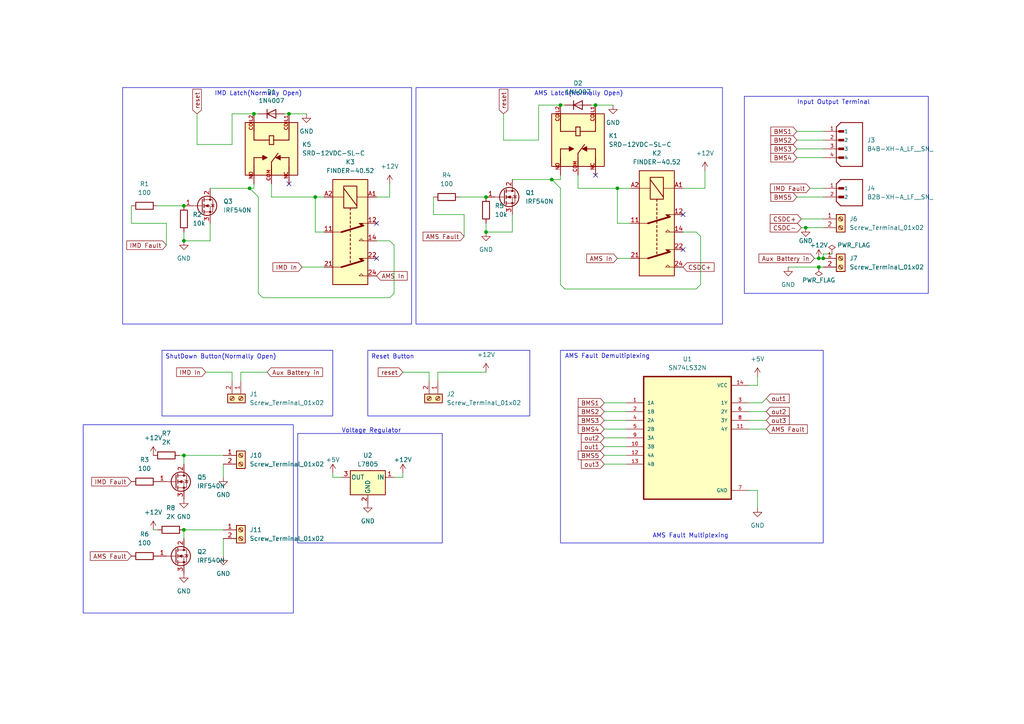
<source format=kicad_sch>
(kicad_sch (version 20230121) (generator eeschema)
  (paper "A4")
  (lib_symbols
    (symbol "Connector:Screw_Terminal_01x02" (pin_names (offset 1.016) hide)
      (property "Reference" "J" (at 0 2.54 0))
      (property "Value" "Screw_Terminal_01x02" (at 0 -5.08 0))
      (symbol "Screw_Terminal_01x02_1_1"
        (rectangle (start -1.27 1.27) (end 1.27 -3.81) (stroke (width 0.254)) (fill (type background)))
        (circle (center 0 -2.54) (radius 0.635) (stroke (width 0.1524)))
        (polyline (pts (xy -0.5334 -2.2098) (xy 0.3302 -3.048)) (stroke (width 0.1524)))
        (polyline (pts (xy -0.5334 0.3302) (xy 0.3302 -0.508)) (stroke (width 0.1524)))
        (polyline (pts (xy -0.3556 -2.032) (xy 0.508 -2.8702)) (stroke (width 0.1524)))
        (polyline (pts (xy -0.3556 0.508) (xy 0.508 -0.3302)) (stroke (width 0.1524)))
        (circle (center 0 0) (radius 0.635) (stroke (width 0.1524)))
        (pin passive line (at -5.08 0 0) (length 3.81) (name "Pin_1") (number "1"))
        (pin passive line (at -5.08 -2.54 0) (length 3.81) (name "Pin_2") (number "2"))
      )
    )
    (symbol "Device:R" (pin_numbers hide) (pin_names (offset 0))
      (property "Reference" "R" (at 2.032 0 90))
      (property "Value" "R" (at 0 0 90))
      (symbol "R_0_1"
        (rectangle (start -1.016 -2.54) (end 1.016 2.54) (stroke (width 0.254)))
      )
      (symbol "R_1_1"
        (pin passive line (at 0 3.81 270) (length 1.27) (name "~") (number "1"))
        (pin passive line (at 0 -3.81 90) (length 1.27) (name "~") (number "2"))
      )
    )
    (symbol "Diode:1N4007" (pin_numbers hide) (pin_names hide)
      (property "Reference" "D" (at 0 2.54 0))
      (property "Value" "1N4007" (at 0 -2.54 0))
      (symbol "1N4007_0_1"
        (polyline (pts (xy -1.27 1.27) (xy -1.27 -1.27)) (stroke (width 0.254)))
        (polyline (pts (xy 1.27 0) (xy -1.27 0)))
        (polyline (pts (xy 1.27 1.27) (xy 1.27 -1.27) (xy -1.27 0) (xy 1.27 1.27)) (stroke (width 0.254)))
      )
      (symbol "1N4007_1_1"
        (pin passive line (at -3.81 0 0) (length 2.54) (name "K") (number "1"))
        (pin passive line (at 3.81 0 180) (length 2.54) (name "A") (number "2"))
      )
    )
    (symbol "Regulator_Linear:L7805" (pin_names (offset 0.254))
      (property "Reference" "U" (at -3.81 3.175 0))
      (property "Value" "L7805" (at 0 3.175 0))
      (symbol "L7805_0_1"
        (rectangle (start -5.08 1.905) (end 5.08 -5.08) (stroke (width 0.254)) (fill (type background)))
      )
      (symbol "L7805_1_1"
        (pin power_in line (at -7.62 0 0) (length 2.54) (name "IN") (number "1"))
        (pin power_in line (at 0 -7.62 90) (length 2.54) (name "GND") (number "2"))
        (pin power_out line (at 7.62 0 180) (length 2.54) (name "OUT") (number "3"))
      )
    )
    (symbol "Relay:FINDER-40.52"
      (property "Reference" "K" (at 16.51 3.81 0))
      (property "Value" "FINDER-40.52" (at 16.51 1.27 0))
      (symbol "FINDER-40.52_0_1"
        (rectangle (start -15.24 5.08) (end 15.24 -5.08) (stroke (width 0.254)) (fill (type background)))
        (rectangle (start -13.335 1.905) (end -6.985 -1.905) (stroke (width 0.254)))
        (polyline (pts (xy -12.7 -1.905) (xy -7.62 1.905)) (stroke (width 0.254)))
        (polyline (pts (xy -10.16 -5.08) (xy -10.16 -1.905)))
        (polyline (pts (xy -10.16 5.08) (xy -10.16 1.905)))
        (polyline (pts (xy -6.985 0) (xy -6.35 0)) (stroke (width 0.254)))
        (polyline (pts (xy -5.715 0) (xy -5.08 0)) (stroke (width 0.254)))
        (polyline (pts (xy -4.445 0) (xy -3.81 0)) (stroke (width 0.254)))
        (polyline (pts (xy -3.175 0) (xy -2.54 0)) (stroke (width 0.254)))
        (polyline (pts (xy -1.905 0) (xy -1.27 0)) (stroke (width 0.254)))
        (polyline (pts (xy -0.635 0) (xy 0 0)) (stroke (width 0.254)))
        (polyline (pts (xy 0 -2.54) (xy -1.905 3.81)) (stroke (width 0.508)))
        (polyline (pts (xy 0 -2.54) (xy 0 -5.08)))
        (polyline (pts (xy 0.635 0) (xy 1.27 0)) (stroke (width 0.254)))
        (polyline (pts (xy 1.905 0) (xy 2.54 0)) (stroke (width 0.254)))
        (polyline (pts (xy 3.175 0) (xy 3.81 0)) (stroke (width 0.254)))
        (polyline (pts (xy 4.445 0) (xy 5.08 0)) (stroke (width 0.254)))
        (polyline (pts (xy 5.715 0) (xy 6.35 0)) (stroke (width 0.254)))
        (polyline (pts (xy 6.985 0) (xy 7.62 0)) (stroke (width 0.254)))
        (polyline (pts (xy 8.255 0) (xy 8.89 0)) (stroke (width 0.254)))
        (polyline (pts (xy 10.16 -2.54) (xy 8.255 3.81)) (stroke (width 0.508)))
        (polyline (pts (xy 10.16 -2.54) (xy 10.16 -5.08)))
        (polyline (pts (xy -2.54 5.08) (xy -2.54 2.54) (xy -1.905 3.175) (xy -2.54 3.81)) (fill (type outline)))
        (polyline (pts (xy 2.54 5.08) (xy 2.54 2.54) (xy 1.905 3.175) (xy 2.54 3.81)))
        (polyline (pts (xy 7.62 5.08) (xy 7.62 2.54) (xy 8.255 3.175) (xy 7.62 3.81)) (fill (type outline)))
        (polyline (pts (xy 12.7 5.08) (xy 12.7 2.54) (xy 12.065 3.175) (xy 12.7 3.81)))
      )
      (symbol "FINDER-40.52_1_1"
        (pin passive line (at 0 -7.62 90) (length 2.54) (name "~") (number "11"))
        (pin passive line (at -2.54 7.62 270) (length 2.54) (name "~") (number "12"))
        (pin passive line (at 2.54 7.62 270) (length 2.54) (name "~") (number "14"))
        (pin passive line (at 10.16 -7.62 90) (length 2.54) (name "~") (number "21"))
        (pin passive line (at 7.62 7.62 270) (length 2.54) (name "~") (number "22"))
        (pin passive line (at 12.7 7.62 270) (length 2.54) (name "~") (number "24"))
        (pin passive line (at -10.16 7.62 270) (length 2.54) (name "~") (number "A1"))
        (pin passive line (at -10.16 -7.62 90) (length 2.54) (name "~") (number "A2"))
      )
    )
    (symbol "SN74LS32N:SN74LS32N" (pin_names (offset 1.016))
      (property "Reference" "U" (at -12.7 18.78 0))
      (property "Value" "SN74LS32N" (at -12.7 -21.78 0))
      (symbol "SN74LS32N_0_0"
        (rectangle (start -12.7 -17.78) (end 12.7 17.78) (stroke (width 0.41)) (fill (type background)))
        (pin input line (at -17.78 10.16 0) (length 5.08) (name "1A") (number "1"))
        (pin input line (at -17.78 -2.54 0) (length 5.08) (name "3B") (number "10"))
        (pin output line (at 17.78 2.54 180) (length 5.08) (name "4Y") (number "11"))
        (pin input line (at -17.78 -5.08 0) (length 5.08) (name "4A") (number "12"))
        (pin input line (at -17.78 -7.62 0) (length 5.08) (name "4B") (number "13"))
        (pin power_in line (at 17.78 15.24 180) (length 5.08) (name "VCC") (number "14"))
        (pin input line (at -17.78 7.62 0) (length 5.08) (name "1B") (number "2"))
        (pin output line (at 17.78 10.16 180) (length 5.08) (name "1Y") (number "3"))
        (pin input line (at -17.78 5.08 0) (length 5.08) (name "2A") (number "4"))
        (pin input line (at -17.78 2.54 0) (length 5.08) (name "2B") (number "5"))
        (pin output line (at 17.78 7.62 180) (length 5.08) (name "2Y") (number "6"))
        (pin power_in line (at 17.78 -15.24 180) (length 5.08) (name "GND") (number "7"))
        (pin output line (at 17.78 5.08 180) (length 5.08) (name "3Y") (number "8"))
        (pin input line (at -17.78 0 0) (length 5.08) (name "3A") (number "9"))
      )
    )
    (symbol "SRD-12VDC-SL-C:SRD-12VDC-SL-C" (pin_names (offset 1.016))
      (property "Reference" "K" (at -7.62 8.89 0))
      (property "Value" "SRD-12VDC-SL-C" (at -7.62 -10.16 0))
      (symbol "SRD-12VDC-SL-C_0_0"
        (rectangle (start -7.62 -7.62) (end 7.62 7.62) (stroke (width 0.254)) (fill (type background)))
        (polyline (pts (xy -7.62 -5.08) (xy -2.54 -5.08)) (stroke (width 0.254)))
        (polyline (pts (xy -7.62 5.08) (xy -2.54 5.08)) (stroke (width 0.254)))
        (polyline (pts (xy -3.81 -0.635) (xy -3.81 0.635)) (stroke (width 0.254)))
        (polyline (pts (xy -3.81 0.635) (xy -2.54 0.635)) (stroke (width 0.254)))
        (polyline (pts (xy -2.54 -0.635) (xy -3.81 -0.635)) (stroke (width 0.254)))
        (polyline (pts (xy -2.54 -0.635) (xy -2.54 -5.08)) (stroke (width 0.254)))
        (polyline (pts (xy -2.54 0.635) (xy -1.27 0.635)) (stroke (width 0.254)))
        (polyline (pts (xy -2.54 5.08) (xy -2.54 0.635)) (stroke (width 0.254)))
        (polyline (pts (xy -1.27 -0.635) (xy -2.54 -0.635)) (stroke (width 0.254)))
        (polyline (pts (xy -1.27 0.635) (xy -1.27 -0.635)) (stroke (width 0.254)))
        (polyline (pts (xy 2.54 -5.08) (xy 2.54 -2.54)) (stroke (width 0.254)))
        (polyline (pts (xy 2.54 5.08) (xy 2.54 2.54)) (stroke (width 0.254)))
        (polyline (pts (xy 2.54 5.08) (xy 7.62 5.08)) (stroke (width 0.254)))
        (polyline (pts (xy 3.81 0) (xy 1.27 1.905)) (stroke (width 0.254)))
        (polyline (pts (xy 7.62 -5.08) (xy 2.54 -5.08)) (stroke (width 0.254)))
        (polyline (pts (xy 7.62 0) (xy 3.81 0)) (stroke (width 0.254)))
        (polyline (pts (xy 1.905 -2.54) (xy 3.175 -2.54) (xy 2.54 -1.27) (xy 1.905 -2.54)) (stroke (width 0.254)) (fill (type outline)))
        (polyline (pts (xy 3.175 2.54) (xy 1.905 2.54) (xy 2.54 1.27) (xy 3.175 2.54)) (stroke (width 0.254)) (fill (type outline)))
        (pin passive line (at -10.16 5.08 0) (length 5.08) (name "~") (number "COIL1"))
        (pin passive line (at -10.16 -5.08 0) (length 5.08) (name "~") (number "COIL2"))
        (pin passive line (at 10.16 0 180) (length 5.08) (name "~") (number "COM"))
        (pin passive line (at 10.16 5.08 180) (length 5.08) (name "~") (number "NC"))
        (pin passive line (at 10.16 -5.08 180) (length 5.08) (name "~") (number "NO"))
      )
    )
    (symbol "Transistor_FET:IRF540N" (pin_names hide)
      (property "Reference" "Q" (at 6.35 1.905 0))
      (property "Value" "IRF540N" (at 6.35 0 0))
      (symbol "IRF540N_0_1"
        (polyline (pts (xy 0.254 0) (xy -2.54 0)))
        (polyline (pts (xy 0.254 1.905) (xy 0.254 -1.905)) (stroke (width 0.254)))
        (polyline (pts (xy 0.762 -1.27) (xy 0.762 -2.286)) (stroke (width 0.254)))
        (polyline (pts (xy 0.762 0.508) (xy 0.762 -0.508)) (stroke (width 0.254)))
        (polyline (pts (xy 0.762 2.286) (xy 0.762 1.27)) (stroke (width 0.254)))
        (polyline (pts (xy 2.54 2.54) (xy 2.54 1.778)))
        (polyline (pts (xy 2.54 -2.54) (xy 2.54 0) (xy 0.762 0)))
        (polyline (pts (xy 0.762 -1.778) (xy 3.302 -1.778) (xy 3.302 1.778) (xy 0.762 1.778)))
        (polyline (pts (xy 1.016 0) (xy 2.032 0.381) (xy 2.032 -0.381) (xy 1.016 0)) (fill (type outline)))
        (polyline (pts (xy 2.794 0.508) (xy 2.921 0.381) (xy 3.683 0.381) (xy 3.81 0.254)))
        (polyline (pts (xy 3.302 0.381) (xy 2.921 -0.254) (xy 3.683 -0.254) (xy 3.302 0.381)))
        (circle (center 1.651 0) (radius 2.794) (stroke (width 0.254)))
        (circle (center 2.54 -1.778) (radius 0.254) (fill (type outline)))
        (circle (center 2.54 1.778) (radius 0.254) (fill (type outline)))
      )
      (symbol "IRF540N_1_1"
        (pin input line (at -5.08 0 0) (length 2.54) (name "G") (number "1"))
        (pin passive line (at 2.54 5.08 270) (length 2.54) (name "D") (number "2"))
        (pin passive line (at 2.54 -5.08 90) (length 2.54) (name "S") (number "3"))
      )
    )
    (symbol "conn-JST-2pin:B2B-XH-A_LF__SN_" (pin_names (offset 1.016))
      (property "Reference" "J" (at -2.54 6.35 0))
      (property "Value" "B2B-XH-A_LF__SN_" (at -2.54 -5.08 0))
      (symbol "B2B-XH-A_LF__SN__0_0"
        (rectangle (start -3.175 -0.3175) (end -1.5875 0.3175) (stroke (width 0.1)) (fill (type outline)))
        (rectangle (start -3.175 2.2225) (end -1.5875 2.8575) (stroke (width 0.1)) (fill (type outline)))
        (polyline (pts (xy -3.81 -1.27) (xy -2.54 -2.54)) (stroke (width 0.254)))
        (polyline (pts (xy -3.81 3.81) (xy -3.81 -1.27)) (stroke (width 0.254)))
        (polyline (pts (xy -3.81 3.81) (xy -2.54 5.08)) (stroke (width 0.254)))
        (polyline (pts (xy -2.54 -2.54) (xy 3.81 -2.54)) (stroke (width 0.254)))
        (polyline (pts (xy 3.81 -2.54) (xy 3.81 5.08)) (stroke (width 0.254)))
        (polyline (pts (xy 3.81 5.08) (xy -2.54 5.08)) (stroke (width 0.254)))
        (pin passive line (at -7.62 2.54 0) (length 5.08) (name "1") (number "1"))
        (pin passive line (at -7.62 0 0) (length 5.08) (name "2") (number "2"))
      )
    )
    (symbol "conn-JST-4pin:B4B-XH-A_LF__SN_" (pin_names (offset 1.016))
      (property "Reference" "J" (at -2.54 6.35 0))
      (property "Value" "B4B-XH-A_LF__SN_" (at -2.54 -10.16 0))
      (symbol "B4B-XH-A_LF__SN__0_0"
        (rectangle (start -3.175 -5.3975) (end -1.5875 -4.7625) (stroke (width 0.1)) (fill (type outline)))
        (rectangle (start -3.175 -2.8575) (end -1.5875 -2.2225) (stroke (width 0.1)) (fill (type outline)))
        (rectangle (start -3.175 -0.3175) (end -1.5875 0.3175) (stroke (width 0.1)) (fill (type outline)))
        (rectangle (start -3.175 2.2225) (end -1.5875 2.8575) (stroke (width 0.1)) (fill (type outline)))
        (polyline (pts (xy -3.81 -6.35) (xy -2.54 -7.62)) (stroke (width 0.254)))
        (polyline (pts (xy -3.81 3.81) (xy -3.81 -6.35)) (stroke (width 0.254)))
        (polyline (pts (xy -3.81 3.81) (xy -2.54 5.08)) (stroke (width 0.254)))
        (polyline (pts (xy -2.54 -7.62) (xy 3.81 -7.62)) (stroke (width 0.254)))
        (polyline (pts (xy 3.81 -7.62) (xy 3.81 5.08)) (stroke (width 0.254)))
        (polyline (pts (xy 3.81 5.08) (xy -2.54 5.08)) (stroke (width 0.254)))
        (pin passive line (at -7.62 2.54 0) (length 5.08) (name "1") (number "1"))
        (pin passive line (at -7.62 0 0) (length 5.08) (name "2") (number "2"))
        (pin passive line (at -7.62 -2.54 0) (length 5.08) (name "3") (number "3"))
        (pin passive line (at -7.62 -5.08 0) (length 5.08) (name "4") (number "4"))
      )
    )
    (symbol "power:+12V" (power) (pin_names (offset 0))
      (property "Value" "+12V" (at 0 3.556 0))
      (symbol "+12V_0_1"
        (polyline (pts (xy -0.762 1.27) (xy 0 2.54)))
        (polyline (pts (xy 0 0) (xy 0 2.54)))
        (polyline (pts (xy 0 2.54) (xy 0.762 1.27)))
      )
      (symbol "+12V_1_1"
        (pin power_in line (at 0 0 90) (length 0) hide (name "+12V") (number "1"))
      )
    )
    (symbol "power:+5V" (power) (pin_names (offset 0))
      (property "Value" "+5V" (at 0 3.556 0))
      (symbol "+5V_0_1"
        (polyline (pts (xy -0.762 1.27) (xy 0 2.54)))
        (polyline (pts (xy 0 0) (xy 0 2.54)))
        (polyline (pts (xy 0 2.54) (xy 0.762 1.27)))
      )
      (symbol "+5V_1_1"
        (pin power_in line (at 0 0 90) (length 0) hide (name "+5V") (number "1"))
      )
    )
    (symbol "power:GND" (power) (pin_names (offset 0))
      (property "Value" "GND" (at 0 -3.81 0))
      (symbol "GND_0_1"
        (polyline (pts (xy 0 0) (xy 0 -1.27) (xy 1.27 -1.27) (xy 0 -2.54) (xy -1.27 -1.27) (xy 0 -1.27)))
      )
      (symbol "GND_1_1"
        (pin power_in line (at 0 0 270) (length 0) hide (name "GND") (number "1"))
      )
    )
    (symbol "power:PWR_FLAG" (power) (pin_numbers hide) (pin_names (offset 0) hide)
      (property "Value" "PWR_FLAG" (at 0 3.81 0))
      (symbol "PWR_FLAG_0_0"
        (pin power_out line (at 0 0 90) (length 0) (name "pwr") (number "1"))
      )
      (symbol "PWR_FLAG_0_1"
        (polyline (pts (xy 0 0) (xy 0 1.27) (xy -1.016 1.905) (xy 0 2.54) (xy 1.016 1.905) (xy 0 1.27)))
      )
    )
  )
  (junction (at 53.34 59.69))
  (junction (at 237.49 74.93))
  (junction (at 179.07 54.61))
  (junction (at 72.39 54.61))
  (junction (at 160.02 52.07))
  (junction (at 238.76 74.93))
  (junction (at 53.34 132.08))
  (junction (at 73.66 33.02))
  (junction (at 53.34 153.67))
  (junction (at 237.49 77.47))
  (junction (at 233.68 66.04))
  (junction (at 172.72 30.48))
  (junction (at 140.97 67.31))
  (junction (at 53.34 69.85))
  (junction (at 91.44 57.15))
  (junction (at 162.56 30.48))
  (junction (at 83.82 33.02))
  (junction (at 140.97 57.15))
  (no_connect (at 198.12 72.39))
  (no_connect (at 109.22 74.93))
  (no_connect (at 172.72 50.8))
  (no_connect (at 109.22 64.77))
  (no_connect (at 83.82 53.34))
  (no_connect (at 198.12 62.23))
  (wire (pts (xy 109.22 69.85) (xy 113.03 69.85)))
  (wire (pts (xy 113.03 69.85) (xy 114.3 71.12)))
  (wire (pts (xy 217.17 121.92) (xy 222.25 121.92)))
  (wire (pts (xy 175.26 121.92) (xy 181.61 121.92)))
  (wire (pts (xy 234.95 54.61) (xy 238.76 54.61)))
  (wire (pts (xy 73.66 33.02) (xy 74.93 33.02)))
  (wire (pts (xy 59.69 107.95) (xy 67.31 107.95)))
  (wire (pts (xy 133.35 57.15) (xy 140.97 57.15)))
  (wire (pts (xy 140.97 67.31) (xy 148.59 67.31)))
  (wire (pts (xy 203.2 82.55) (xy 201.93 83.82)))
  (wire (pts (xy 96.52 138.43) (xy 99.06 138.43)))
  (wire (pts (xy 163.83 83.82) (xy 162.56 82.55)))
  (wire (pts (xy 72.39 54.61) (xy 73.66 54.61)))
  (wire (pts (xy 203.2 68.58) (xy 203.2 82.55)))
  (wire (pts (xy 231.14 43.18) (xy 238.76 43.18)))
  (wire (pts (xy 232.41 63.5) (xy 238.76 63.5)))
  (wire (pts (xy 179.07 54.61) (xy 179.07 64.77)))
  (wire (pts (xy 53.34 153.67) (xy 53.34 156.21)))
  (wire (pts (xy 125.73 62.23) (xy 125.73 57.15)))
  (wire (pts (xy 57.15 41.91) (xy 67.31 41.91)))
  (wire (pts (xy 198.12 54.61) (xy 204.47 54.61)))
  (wire (pts (xy 45.72 59.69) (xy 53.34 59.69)))
  (wire (pts (xy 114.3 71.12) (xy 114.3 85.09)))
  (wire (pts (xy 217.17 111.76) (xy 219.71 111.76)))
  (wire (pts (xy 67.31 33.02) (xy 67.31 41.91)))
  (wire (pts (xy 116.84 107.95) (xy 124.46 107.95)))
  (wire (pts (xy 162.56 50.8) (xy 162.56 52.07)))
  (wire (pts (xy 91.44 57.15) (xy 91.44 67.31)))
  (wire (pts (xy 231.14 57.15) (xy 238.76 57.15)))
  (wire (pts (xy 114.3 85.09) (xy 113.03 86.36)))
  (wire (pts (xy 64.77 134.62) (xy 64.77 138.43)))
  (wire (pts (xy 175.26 132.08) (xy 181.61 132.08)))
  (wire (pts (xy 91.44 57.15) (xy 93.98 57.15)))
  (wire (pts (xy 162.56 30.48) (xy 163.83 30.48)))
  (wire (pts (xy 76.2 86.36) (xy 74.93 85.09)))
  (wire (pts (xy 172.72 30.48) (xy 177.8 30.48)))
  (wire (pts (xy 114.3 138.43) (xy 116.84 138.43)))
  (wire (pts (xy 175.26 119.38) (xy 181.61 119.38)))
  (wire (pts (xy 175.26 124.46) (xy 181.61 124.46)))
  (wire (pts (xy 237.49 77.47) (xy 238.76 77.47)))
  (wire (pts (xy 236.22 74.93) (xy 237.49 74.93)))
  (wire (pts (xy 238.76 73.66) (xy 241.3 73.66)))
  (wire (pts (xy 127 107.95) (xy 127 110.49)))
  (wire (pts (xy 179.07 74.93) (xy 182.88 74.93)))
  (wire (pts (xy 217.17 119.38) (xy 222.25 119.38)))
  (wire (pts (xy 69.85 107.95) (xy 77.47 107.95)))
  (wire (pts (xy 175.26 116.84) (xy 181.61 116.84)))
  (wire (pts (xy 74.93 57.15) (xy 72.39 54.61)))
  (wire (pts (xy 53.34 132.08) (xy 64.77 132.08)))
  (wire (pts (xy 67.31 33.02) (xy 73.66 33.02)))
  (wire (pts (xy 78.74 53.34) (xy 78.74 57.15)))
  (wire (pts (xy 219.71 142.24) (xy 219.71 147.32)))
  (wire (pts (xy 232.41 66.04) (xy 233.68 66.04)))
  (wire (pts (xy 167.64 54.61) (xy 179.07 54.61)))
  (wire (pts (xy 44.45 153.67) (xy 45.72 153.67)))
  (wire (pts (xy 124.46 107.95) (xy 124.46 110.49)))
  (wire (pts (xy 60.96 64.77) (xy 60.96 69.85)))
  (wire (pts (xy 38.1 64.77) (xy 48.26 64.77)))
  (wire (pts (xy 160.02 52.07) (xy 162.56 52.07)))
  (wire (pts (xy 217.17 142.24) (xy 219.71 142.24)))
  (wire (pts (xy 231.14 45.72) (xy 238.76 45.72)))
  (wire (pts (xy 113.03 57.15) (xy 109.22 57.15)))
  (wire (pts (xy 64.77 156.21) (xy 64.77 161.29)))
  (wire (pts (xy 38.1 59.69) (xy 38.1 64.77)))
  (wire (pts (xy 233.68 66.04) (xy 238.76 66.04)))
  (wire (pts (xy 96.52 137.16) (xy 96.52 138.43)))
  (wire (pts (xy 217.17 124.46) (xy 222.25 124.46)))
  (wire (pts (xy 53.34 153.67) (xy 64.77 153.67)))
  (wire (pts (xy 83.82 33.02) (xy 88.9 33.02)))
  (wire (pts (xy 175.26 127) (xy 181.61 127)))
  (wire (pts (xy 219.71 109.22) (xy 219.71 111.76)))
  (wire (pts (xy 171.45 30.48) (xy 172.72 30.48)))
  (wire (pts (xy 67.31 107.95) (xy 67.31 110.49)))
  (wire (pts (xy 116.84 137.16) (xy 116.84 138.43)))
  (wire (pts (xy 69.85 107.95) (xy 69.85 110.49)))
  (wire (pts (xy 179.07 64.77) (xy 182.88 64.77)))
  (wire (pts (xy 134.62 62.23) (xy 134.62 68.58)))
  (wire (pts (xy 134.62 62.23) (xy 125.73 62.23)))
  (wire (pts (xy 91.44 67.31) (xy 93.98 67.31)))
  (wire (pts (xy 148.59 52.07) (xy 160.02 52.07)))
  (wire (pts (xy 179.07 54.61) (xy 182.88 54.61)))
  (wire (pts (xy 78.74 57.15) (xy 91.44 57.15)))
  (wire (pts (xy 148.59 62.23) (xy 148.59 67.31)))
  (wire (pts (xy 231.14 40.64) (xy 238.76 40.64)))
  (wire (pts (xy 175.26 134.62) (xy 181.61 134.62)))
  (wire (pts (xy 74.93 85.09) (xy 74.93 57.15)))
  (wire (pts (xy 60.96 54.61) (xy 72.39 54.61)))
  (wire (pts (xy 231.14 38.1) (xy 238.76 38.1)))
  (wire (pts (xy 53.34 132.08) (xy 53.34 134.62)))
  (wire (pts (xy 156.21 30.48) (xy 162.56 30.48)))
  (wire (pts (xy 228.6 77.47) (xy 237.49 77.47)))
  (wire (pts (xy 82.55 33.02) (xy 83.82 33.02)))
  (wire (pts (xy 48.26 64.77) (xy 48.26 71.12)))
  (wire (pts (xy 113.03 53.34) (xy 113.03 57.15)))
  (wire (pts (xy 201.93 67.31) (xy 203.2 68.58)))
  (wire (pts (xy 162.56 82.55) (xy 162.56 54.61)))
  (wire (pts (xy 57.15 33.02) (xy 57.15 41.91)))
  (wire (pts (xy 238.76 73.66) (xy 238.76 74.93)))
  (wire (pts (xy 220.98 116.84) (xy 222.25 115.57)))
  (wire (pts (xy 52.07 132.08) (xy 53.34 132.08)))
  (wire (pts (xy 53.34 69.85) (xy 60.96 69.85)))
  (wire (pts (xy 127 107.95) (xy 140.97 107.95)))
  (wire (pts (xy 217.17 116.84) (xy 220.98 116.84)))
  (wire (pts (xy 146.05 40.64) (xy 156.21 40.64)))
  (wire (pts (xy 156.21 30.48) (xy 156.21 40.64)))
  (wire (pts (xy 204.47 49.53) (xy 204.47 54.61)))
  (wire (pts (xy 201.93 83.82) (xy 163.83 83.82)))
  (wire (pts (xy 198.12 67.31) (xy 201.93 67.31)))
  (wire (pts (xy 146.05 33.02) (xy 146.05 40.64)))
  (wire (pts (xy 140.97 64.77) (xy 140.97 67.31)))
  (wire (pts (xy 175.26 129.54) (xy 181.61 129.54)))
  (wire (pts (xy 167.64 50.8) (xy 167.64 54.61)))
  (wire (pts (xy 237.49 74.93) (xy 238.76 74.93)))
  (wire (pts (xy 53.34 67.31) (xy 53.34 69.85)))
  (wire (pts (xy 73.66 53.34) (xy 73.66 54.61)))
  (wire (pts (xy 87.63 77.47) (xy 93.98 77.47)))
  (wire (pts (xy 113.03 86.36) (xy 76.2 86.36)))
  (wire (pts (xy 162.56 54.61) (xy 160.02 52.07)))
  (rectangle (start 215.9 27.94) (end 269.24 85.09))
  (rectangle (start 35.56 25.4) (end 119.38 93.98))
  (rectangle (start 86.36 125.73) (end 128.27 157.48))
  (rectangle (start 162.56 101.6) (end 238.76 157.48))
  (rectangle (start 120.65 25.4) (end 209.55 93.98))
  (rectangle (start 24.13 123.19) (end 85.09 177.8))
  (text_box "Reset Button" (at 106.68 101.6 0) (size 46.99 19.05) (effects (font (size 1.27 1.27)) (justify left top)))
  (text_box "ShutDown Button(Normally Open)" (at 46.99 101.6 0) (size 49.53 19.05) (effects (font (size 1.27 1.27)) (justify left top)))
  (text "Voltage Regulator" (at 99.06 125.73 0) (effects (font (size 1.27 1.27)) (justify left bottom)))
  (text "AMS Latch(Normally Open)" (at 154.94 27.94 0) (effects (font (size 1.27 1.27)) (justify left bottom)))
  (text "IMD Latch(Normally Open)" (at 62.23 27.94 0) (effects (font (size 1.27 1.27)) (justify left bottom)))
  (text "Input Output Terminal" (at 231.14 30.48 0) (effects (font (size 1.27 1.27)) (justify left bottom)))
  (text "AMS Fault Multiplexing" (at 189.23 156.21 0) (effects (font (size 1.27 1.27)) (justify left bottom)))
  (text "AMS Fault Demultiplexing" (at 163.83 104.14 0) (effects (font (size 1.27 1.27)) (justify left bottom)))
  (global_label "IMD Fault" (shape input) (at 234.95 54.61 180) (property "Intersheetrefs" "${INTERSHEET_REFS}" (effects hide)))
  (global_label "out1" (shape input) (at 175.26 129.54 180) (property "Intersheetrefs" "${INTERSHEET_REFS}" (effects hide)))
  (global_label "IMD In" (shape input) (at 87.63 77.47 180) (property "Intersheetrefs" "${INTERSHEET_REFS}" (effects hide)))
  (global_label "out3" (shape input) (at 222.25 121.92 0) (property "Intersheetrefs" "${INTERSHEET_REFS}" (effects hide)))
  (global_label "BMS2" (shape input) (at 175.26 119.38 180) (property "Intersheetrefs" "${INTERSHEET_REFS}" (effects hide)))
  (global_label "out3" (shape input) (at 175.26 134.62 180) (property "Intersheetrefs" "${INTERSHEET_REFS}" (effects hide)))
  (global_label "AMS In" (shape input) (at 179.07 74.93 180) (property "Intersheetrefs" "${INTERSHEET_REFS}" (effects hide)))
  (global_label "BMS5" (shape input) (at 231.14 57.15 180) (property "Intersheetrefs" "${INTERSHEET_REFS}" (effects hide)))
  (global_label "out1" (shape input) (at 222.25 115.57 0) (property "Intersheetrefs" "${INTERSHEET_REFS}" (effects hide)))
  (global_label "BMS3" (shape input) (at 231.14 43.18 180) (property "Intersheetrefs" "${INTERSHEET_REFS}" (effects hide)))
  (global_label "CSDC+" (shape input) (at 198.12 77.47 0) (property "Intersheetrefs" "${INTERSHEET_REFS}" (effects hide)))
  (global_label "Aux Battery in" (shape input) (at 236.22 74.93 180) (property "Intersheetrefs" "${INTERSHEET_REFS}" (effects hide)))
  (global_label "AMS In" (shape input) (at 109.22 80.01 0) (property "Intersheetrefs" "${INTERSHEET_REFS}" (effects hide)))
  (global_label "IMD In" (shape input) (at 59.69 107.95 180) (property "Intersheetrefs" "${INTERSHEET_REFS}" (effects hide)))
  (global_label "IMD Fault" (shape input) (at 48.26 71.12 180) (property "Intersheetrefs" "${INTERSHEET_REFS}" (effects hide)))
  (global_label "IMD Fault" (shape input) (at 38.1 139.7 180) (property "Intersheetrefs" "${INTERSHEET_REFS}" (effects hide)))
  (global_label "BMS1" (shape input) (at 175.26 116.84 180) (property "Intersheetrefs" "${INTERSHEET_REFS}" (effects hide)))
  (global_label "BMS1" (shape input) (at 231.14 38.1 180) (property "Intersheetrefs" "${INTERSHEET_REFS}" (effects hide)))
  (global_label "Aux Battery in" (shape input) (at 77.47 107.95 0) (property "Intersheetrefs" "${INTERSHEET_REFS}" (effects hide)))
  (global_label "out2" (shape input) (at 175.26 127 180) (property "Intersheetrefs" "${INTERSHEET_REFS}" (effects hide)))
  (global_label "BMS2" (shape input) (at 231.14 40.64 180) (property "Intersheetrefs" "${INTERSHEET_REFS}" (effects hide)))
  (global_label "BMS3" (shape input) (at 175.26 121.92 180) (property "Intersheetrefs" "${INTERSHEET_REFS}" (effects hide)))
  (global_label "AMS Fault" (shape input) (at 222.25 124.46 0) (property "Intersheetrefs" "${INTERSHEET_REFS}" (effects hide)))
  (global_label "BMS4" (shape input) (at 175.26 124.46 180) (property "Intersheetrefs" "${INTERSHEET_REFS}" (effects hide)))
  (global_label "BMS4" (shape input) (at 231.14 45.72 180) (property "Intersheetrefs" "${INTERSHEET_REFS}" (effects hide)))
  (global_label "reset" (shape input) (at 116.84 107.95 180) (property "Intersheetrefs" "${INTERSHEET_REFS}" (effects hide)))
  (global_label "reset" (shape input) (at 57.15 33.02 90) (property "Intersheetrefs" "${INTERSHEET_REFS}" (effects hide)))
  (global_label "CSDC+" (shape input) (at 232.41 63.5 180) (property "Intersheetrefs" "${INTERSHEET_REFS}" (effects hide)))
  (global_label "AMS Fault" (shape input) (at 38.1 161.29 180) (property "Intersheetrefs" "${INTERSHEET_REFS}" (effects hide)))
  (global_label "CSDC-" (shape input) (at 232.41 66.04 180) (property "Intersheetrefs" "${INTERSHEET_REFS}" (effects hide)))
  (global_label "AMS Fault" (shape input) (at 134.62 68.58 180) (property "Intersheetrefs" "${INTERSHEET_REFS}" (effects hide)))
  (global_label "out2" (shape input) (at 222.25 119.38 0) (property "Intersheetrefs" "${INTERSHEET_REFS}" (effects hide)))
  (global_label "BMS5" (shape input) (at 175.26 132.08 180) (property "Intersheetrefs" "${INTERSHEET_REFS}" (effects hide)))
  (global_label "reset" (shape input) (at 146.05 33.02 90) (property "Intersheetrefs" "${INTERSHEET_REFS}" (effects hide)))
  (symbol (lib_id "Connector:Screw_Terminal_01x02") (at 243.84 74.93 0) (unit 1)
    (property "Reference" "J7" (at 246.38 74.93 0) (effects (justify left)))
    (property "Value" "Screw_Terminal_01x02" (at 246.38 77.47 0) (effects (justify left)))
    (property "Footprint" "TerminalBlock_Phoenix:TerminalBlock_Phoenix_MKDS-1,5-2_1x02_P5.00mm_Horizontal" (effects hide))
  )
  (symbol (lib_id "power:+5V") (at 219.71 109.22 0) (unit 1)
    (property "Reference" "#PWR08" (effects hide))
    (property "Value" "+5V" (at 219.71 104.14 0))
  )
  (symbol (lib_id "power:+12V") (at 140.97 107.95 0) (unit 1)
    (property "Reference" "#PWR07" (effects hide))
    (property "Value" "+12V" (at 140.97 102.87 0))
  )
  (symbol (lib_id "Connector:Screw_Terminal_01x02") (at 69.85 115.57 270) (unit 1)
    (property "Reference" "J1" (at 72.39 114.3 90) (effects (justify left)))
    (property "Value" "Screw_Terminal_01x02" (at 72.39 116.84 90) (effects (justify left)))
    (property "Footprint" "TerminalBlock_Phoenix:TerminalBlock_Phoenix_MKDS-1,5-2_1x02_P5.00mm_Horizontal" (effects hide))
  )
  (symbol (lib_id "power:GND") (at 233.68 66.04 0) (unit 1)
    (property "Reference" "#PWR012" (effects hide))
    (property "Value" "GND" (at 233.68 69.85 0))
  )
  (symbol (lib_id "Device:R") (at 140.97 60.96 0) (unit 1)
    (property "Reference" "R5" (at 143.51 59.69 0) (effects (justify left)))
    (property "Value" "10k" (at 143.51 62.23 0) (effects (justify left)))
    (property "Footprint" "Resistor_THT:R_Axial_DIN0207_L6.3mm_D2.5mm_P10.16mm_Horizontal" (effects hide))
  )
  (symbol (lib_id "power:GND") (at 106.68 146.05 0) (unit 1)
    (property "Reference" "#PWR016" (effects hide))
    (property "Value" "GND" (at 106.68 151.13 0))
  )
  (symbol (lib_id "Regulator_Linear:L7805") (at 106.68 138.43 0) (mirror y) (unit 1)
    (property "Reference" "U2" (at 106.68 132.08 0))
    (property "Value" "L7805" (at 106.68 134.62 0))
    (property "Footprint" "Package_TO_SOT_THT:TO-220-3_Vertical" (effects hide))
    (property "Datasheet" "http://www.st.com/content/ccc/resource/technical/document/datasheet/41/4f/b3/b0/12/d4/47/88/CD00000444.pdf/files/CD00000444.pdf/jcr:content/translations/en.CD00000444.pdf" (effects hide))
  )
  (symbol (lib_id "Connector:Screw_Terminal_01x02") (at 69.85 153.67 0) (unit 1)
    (property "Reference" "J11" (at 72.39 153.67 0) (effects (justify left)))
    (property "Value" "Screw_Terminal_01x02" (at 72.39 156.21 0) (effects (justify left)))
    (property "Footprint" "TerminalBlock_Phoenix:TerminalBlock_Phoenix_MKDS-1,5-2_1x02_P5.00mm_Horizontal" (effects hide))
  )
  (symbol (lib_id "Device:R") (at 129.54 57.15 90) (unit 1)
    (property "Reference" "R4" (at 129.54 50.8 90))
    (property "Value" "100" (at 129.54 53.34 90))
    (property "Footprint" "Resistor_THT:R_Axial_DIN0207_L6.3mm_D2.5mm_P10.16mm_Horizontal" (effects hide))
  )
  (symbol (lib_id "Device:R") (at 53.34 63.5 0) (unit 1)
    (property "Reference" "R2" (at 55.88 62.23 0) (effects (justify left)))
    (property "Value" "10k" (at 55.88 64.77 0) (effects (justify left)))
    (property "Footprint" "Resistor_THT:R_Axial_DIN0207_L6.3mm_D2.5mm_P10.16mm_Horizontal" (effects hide))
  )
  (symbol (lib_id "power:+12V") (at 113.03 53.34 0) (unit 1)
    (property "Reference" "#PWR03" (effects hide))
    (property "Value" "+12V" (at 113.03 48.26 0))
  )
  (symbol (lib_id "Device:R") (at 49.53 153.67 90) (unit 1)
    (property "Reference" "R8" (at 49.53 147.32 90))
    (property "Value" "2K" (at 49.53 149.86 90))
    (property "Footprint" "Resistor_THT:R_Axial_DIN0207_L6.3mm_D2.5mm_P10.16mm_Horizontal" (effects hide))
  )
  (symbol (lib_id "power:GND") (at 53.34 166.37 0) (unit 1)
    (property "Reference" "#PWR017" (effects hide))
    (property "Value" "GND" (at 53.34 171.45 0))
  )
  (symbol (lib_id "Transistor_FET:IRF540N") (at 146.05 57.15 0) (unit 1)
    (property "Reference" "Q1" (at 152.4 55.88 0) (effects (justify left)))
    (property "Value" "IRF540N" (at 152.4 58.42 0) (effects (justify left)))
    (property "Footprint" "Package_TO_SOT_THT:TO-220-3_Vertical" (effects hide))
    (property "Datasheet" "http://www.irf.com/product-info/datasheets/data/irf540n.pdf" (effects hide))
  )
  (symbol (lib_id "power:+5V") (at 96.52 137.16 0) (unit 1)
    (property "Reference" "#PWR015" (effects hide))
    (property "Value" "+5V" (at 96.52 133.35 0))
  )
  (symbol (lib_id "Transistor_FET:IRF540N") (at 50.8 139.7 0) (unit 1)
    (property "Reference" "Q5" (at 57.15 138.43 0) (effects (justify left)))
    (property "Value" "IRF540N" (at 57.15 140.97 0) (effects (justify left)))
    (property "Footprint" "Package_TO_SOT_THT:TO-220-3_Vertical" (effects hide))
    (property "Datasheet" "http://www.irf.com/product-info/datasheets/data/irf540n.pdf" (effects hide))
  )
  (symbol (lib_id "Relay:FINDER-40.52") (at 190.5 64.77 270) (unit 1)
    (property "Reference" "K2" (at 190.5 44.45 90))
    (property "Value" "FINDER-40.52" (at 190.5 46.99 90))
    (property "Footprint" "Relay_THT:Relay_DPDT_Finder_40.52" (effects hide))
    (property "Datasheet" "http://gfinder.findernet.com/assets/Series/353/S40EN.pdf" (effects hide))
  )
  (symbol (lib_id "power:GND") (at 64.77 161.29 0) (unit 1)
    (property "Reference" "#PWR021" (effects hide))
    (property "Value" "GND" (at 64.77 166.37 0))
  )
  (symbol (lib_id "power:GND") (at 53.34 69.85 0) (unit 1)
    (property "Reference" "#PWR01" (effects hide))
    (property "Value" "GND" (at 53.34 74.93 0))
  )
  (symbol (lib_id "Device:R") (at 41.91 161.29 90) (unit 1)
    (property "Reference" "R6" (at 41.91 154.94 90))
    (property "Value" "100" (at 41.91 157.48 90))
    (property "Footprint" "Resistor_THT:R_Axial_DIN0207_L6.3mm_D2.5mm_P10.16mm_Horizontal" (effects hide))
  )
  (symbol (lib_id "Relay:FINDER-40.52") (at 101.6 67.31 270) (unit 1)
    (property "Reference" "K3" (at 101.6 46.99 90))
    (property "Value" "FINDER-40.52" (at 101.6 49.53 90))
    (property "Footprint" "Relay_THT:Relay_DPDT_Finder_40.52" (effects hide))
    (property "Datasheet" "http://gfinder.findernet.com/assets/Series/353/S40EN.pdf" (effects hide))
  )
  (symbol (lib_id "power:GND") (at 53.34 144.78 0) (unit 1)
    (property "Reference" "#PWR013" (effects hide))
    (property "Value" "GND" (at 53.34 149.86 0))
  )
  (symbol (lib_id "power:+12V") (at 44.45 153.67 0) (unit 1)
    (property "Reference" "#PWR019" (effects hide))
    (property "Value" "+12V" (at 44.45 148.59 0))
  )
  (symbol (lib_id "SRD-12VDC-SL-C:SRD-12VDC-SL-C") (at 78.74 43.18 270) (unit 1)
    (property "Reference" "K5" (at 87.63 41.91 90) (effects (justify left)))
    (property "Value" "SRD-12VDC-SL-C" (at 87.63 44.45 90) (effects (justify left)))
    (property "Footprint" "SRD-12VDC-SL-C:RELAY_SRD-12VDC-SL-C" (effects hide))
    (property "PARTREV" "1.0" (effects hide))
    (property "STANDARD" "IPC 7351B" (effects hide))
    (property "MAXIMUM_PACKAGE_HEIGHT" "15.8 mm" (effects hide))
    (property "MANUFACTURER" "Songle Relay" (effects hide))
  )
  (symbol (lib_id "Transistor_FET:IRF540N") (at 50.8 161.29 0) (unit 1)
    (property "Reference" "Q2" (at 57.15 160.02 0) (effects (justify left)))
    (property "Value" "IRF540N" (at 57.15 162.56 0) (effects (justify left)))
    (property "Footprint" "Package_TO_SOT_THT:TO-220-3_Vertical" (effects hide))
    (property "Datasheet" "http://www.irf.com/product-info/datasheets/data/irf540n.pdf" (effects hide))
  )
  (symbol (lib_id "power:GND") (at 219.71 147.32 0) (unit 1)
    (property "Reference" "#PWR09" (effects hide))
    (property "Value" "GND" (at 219.71 152.4 0))
  )
  (symbol (lib_id "Connector:Screw_Terminal_01x02") (at 243.84 63.5 0) (unit 1)
    (property "Reference" "J6" (at 246.38 63.5 0) (effects (justify left)))
    (property "Value" "Screw_Terminal_01x02" (at 246.38 66.04 0) (effects (justify left)))
    (property "Footprint" "TerminalBlock_Phoenix:TerminalBlock_Phoenix_MKDS-1,5-2_1x02_P5.00mm_Horizontal" (effects hide))
  )
  (symbol (lib_id "SN74LS32N:SN74LS32N") (at 199.39 127 0) (unit 1)
    (property "Reference" "U1" (at 199.39 104.14 0))
    (property "Value" "SN74LS32N" (at 199.39 106.68 0))
    (property "Footprint" "SN74LS32N:DIP794W45P254L1969H508Q14" (effects hide))
    (property "MF" "Texas Instruments" (effects hide))
    (property "Description" "\n4-ch, 2-input, 4.75-V to 5.25-V bipolar OR gates with TTL-compatible CMOS inputs\n" (effects hide))
    (property "Package" "PDIP-14 Texas Instruments" (effects hide))
    (property "Price" "None" (effects hide))
    (property "SnapEDA_Link" "https://www.snapeda.com/parts/SN74LS32N/Texas+Instruments/view-part/?ref=snap" (effects hide))
    (property "MP" "SN74LS32N" (effects hide))
    (property "Purchase-URL" "https://www.snapeda.com/api/url_track_click_mouser/?unipart_id=44478&manufacturer=Texas Instruments&part_name=SN74LS32N&search_term=sn74ls32" (effects hide))
    (property "Availability" "In Stock" (effects hide))
    (property "Check_prices" "https://www.snapeda.com/parts/SN74LS32N/Texas+Instruments/view-part/?ref=eda" (effects hide))
  )
  (symbol (lib_id "SRD-12VDC-SL-C:SRD-12VDC-SL-C") (at 167.64 40.64 270) (unit 1)
    (property "Reference" "K1" (at 176.53 39.37 90) (effects (justify left)))
    (property "Value" "SRD-12VDC-SL-C" (at 176.53 41.91 90) (effects (justify left)))
    (property "Footprint" "SRD-12VDC-SL-C:RELAY_SRD-12VDC-SL-C" (effects hide))
    (property "PARTREV" "1.0" (effects hide))
    (property "STANDARD" "IPC 7351B" (effects hide))
    (property "MAXIMUM_PACKAGE_HEIGHT" "15.8 mm" (effects hide))
    (property "MANUFACTURER" "Songle Relay" (effects hide))
  )
  (symbol (lib_id "Diode:1N4007") (at 78.74 33.02 0) (unit 1)
    (property "Reference" "D1" (at 78.74 26.67 0))
    (property "Value" "1N4007" (at 78.74 29.21 0))
    (property "Footprint" "Diode_THT:D_DO-41_SOD81_P10.16mm_Horizontal" (effects hide))
    (property "Datasheet" "http://www.vishay.com/docs/88503/1n4001.pdf" (effects hide))
    (property "Sim.Device" "D" (effects hide))
    (property "Sim.Pins" "1=K 2=A" (effects hide))
  )
  (symbol (lib_id "Connector:Screw_Terminal_01x02") (at 127 115.57 270) (unit 1)
    (property "Reference" "J2" (at 129.54 114.3 90) (effects (justify left)))
    (property "Value" "Screw_Terminal_01x02" (at 129.54 116.84 90) (effects (justify left)))
    (property "Footprint" "TerminalBlock_Phoenix:TerminalBlock_Phoenix_MKDS-1,5-2_1x02_P5.00mm_Horizontal" (effects hide))
  )
  (symbol (lib_id "power:+12V") (at 237.49 74.93 0) (unit 1)
    (property "Reference" "#PWR010" (effects hide))
    (property "Value" "+12V" (at 237.49 71.12 0))
  )
  (symbol (lib_id "Device:R") (at 41.91 59.69 90) (unit 1)
    (property "Reference" "R1" (at 41.91 53.34 90))
    (property "Value" "100" (at 41.91 55.88 90))
    (property "Footprint" "Resistor_THT:R_Axial_DIN0207_L6.3mm_D2.5mm_P10.16mm_Horizontal" (effects hide))
  )
  (symbol (lib_id "Transistor_FET:IRF540N") (at 58.42 59.69 0) (unit 1)
    (property "Reference" "Q3" (at 64.77 58.42 0) (effects (justify left)))
    (property "Value" "IRF540N" (at 64.77 60.96 0) (effects (justify left)))
    (property "Footprint" "Package_TO_SOT_THT:TO-220-3_Vertical" (effects hide))
    (property "Datasheet" "http://www.irf.com/product-info/datasheets/data/irf540n.pdf" (effects hide))
  )
  (symbol (lib_id "power:+12V") (at 116.84 137.16 0) (unit 1)
    (property "Reference" "#PWR014" (effects hide))
    (property "Value" "+12V" (at 116.84 133.35 0))
  )
  (symbol (lib_id "power:+12V") (at 44.45 132.08 0) (unit 1)
    (property "Reference" "#PWR018" (effects hide))
    (property "Value" "+12V" (at 44.45 127 0))
  )
  (symbol (lib_id "Device:R") (at 41.91 139.7 90) (unit 1)
    (property "Reference" "R3" (at 41.91 133.35 90))
    (property "Value" "100" (at 41.91 135.89 90))
    (property "Footprint" "Resistor_THT:R_Axial_DIN0207_L6.3mm_D2.5mm_P10.16mm_Horizontal" (effects hide))
  )
  (symbol (lib_id "Device:R") (at 48.26 132.08 90) (unit 1)
    (property "Reference" "R7" (at 48.26 125.73 90))
    (property "Value" "2K" (at 48.26 128.27 90))
    (property "Footprint" "Resistor_THT:R_Axial_DIN0207_L6.3mm_D2.5mm_P10.16mm_Horizontal" (effects hide))
  )
  (symbol (lib_id "power:GND") (at 228.6 77.47 0) (unit 1)
    (property "Reference" "#PWR011" (effects hide))
    (property "Value" "GND" (at 228.6 82.55 0))
  )
  (symbol (lib_id "power:PWR_FLAG") (at 241.3 73.66 0) (unit 1)
    (property "Reference" "#FLG01" (effects hide))
    (property "Value" "PWR_FLAG" (at 247.65 71.12 0))
  )
  (symbol (lib_id "power:GND") (at 64.77 138.43 0) (unit 1)
    (property "Reference" "#PWR020" (effects hide))
    (property "Value" "GND" (at 64.77 143.51 0))
  )
  (symbol (lib_id "conn-JST-2pin:B2B-XH-A_LF__SN_") (at 246.38 57.15 0) (unit 1)
    (property "Reference" "J4" (at 251.46 54.61 0) (effects (justify left)))
    (property "Value" "B2B-XH-A_LF__SN_" (at 251.46 57.15 0) (effects (justify left)))
    (property "Footprint" "conn-JST-2pin:JST_B2B-XH-A_LF__SN_" (effects hide))
    (property "MF" "JST Sales America Inc." (effects hide))
    (property "MAXIMUM_PACKAGE_HEIGHT" "7 mm" (effects hide))
    (property "Package" "None" (effects hide))
    (property "Price" "None" (effects hide))
    (property "Check_prices" "https://www.snapeda.com/parts/B2B-XH-A(LF)(SN)/JST+Sales+America+Inc./view-part/?ref=eda" (effects hide))
    (property "STANDARD" "Manufacturer Recommendations" (effects hide))
    (property "PARTREV" "N/A" (effects hide))
    (property "SnapEDA_Link" "https://www.snapeda.com/parts/B2B-XH-A(LF)(SN)/JST+Sales+America+Inc./view-part/?ref=snap" (effects hide))
    (property "MP" "B2B-XH-A(LF)(SN)" (effects hide))
    (property "Description" "\nConnector Header Through Hole 2 position 0.098 (2.50mm)\n" (effects hide))
    (property "Availability" "In Stock" (effects hide))
    (property "MANUFACTURER" "JST Sales America Inc." (effects hide))
  )
  (symbol (lib_id "Connector:Screw_Terminal_01x02") (at 69.85 132.08 0) (unit 1)
    (property "Reference" "J10" (at 72.39 132.08 0) (effects (justify left)))
    (property "Value" "Screw_Terminal_01x02" (at 72.39 134.62 0) (effects (justify left)))
    (property "Footprint" "TerminalBlock_Phoenix:TerminalBlock_Phoenix_MKDS-1,5-2_1x02_P5.00mm_Horizontal" (effects hide))
  )
  (symbol (lib_id "power:GND") (at 88.9 33.02 0) (unit 1)
    (property "Reference" "#PWR02" (effects hide))
    (property "Value" "GND" (at 88.9 38.1 0))
  )
  (symbol (lib_id "power:PWR_FLAG") (at 237.49 77.47 0) (mirror x) (unit 1)
    (property "Reference" "#FLG02" (effects hide))
    (property "Value" "PWR_FLAG" (at 237.49 81.28 0))
  )
  (symbol (lib_id "power:+12V") (at 204.47 49.53 0) (unit 1)
    (property "Reference" "#PWR06" (effects hide))
    (property "Value" "+12V" (at 204.47 44.45 0))
  )
  (symbol (lib_id "power:GND") (at 140.97 67.31 0) (unit 1)
    (property "Reference" "#PWR04" (effects hide))
    (property "Value" "GND" (at 140.97 72.39 0))
  )
  (symbol (lib_id "conn-JST-4pin:B4B-XH-A_LF__SN_") (at 246.38 40.64 0) (unit 1)
    (property "Reference" "J3" (at 251.46 40.64 0) (effects (justify left)))
    (property "Value" "B4B-XH-A_LF__SN_" (at 251.46 43.18 0) (effects (justify left)))
    (property "Footprint" "conn-JST-4pin:JST_B4B-XH-A_LF__SN_" (effects hide))
    (property "MF" "JST Sales America Inc." (effects hide))
    (property "MAXIMUM_PACKAGE_HEIGHT" "7.00 mm" (effects hide))
    (property "Package" "None" (effects hide))
    (property "Price" "None" (effects hide))
    (property "Check_prices" "https://www.snapeda.com/parts/B4B-XH-A(LF)(SN)/JST+Sales+America+Inc./view-part/?ref=eda" (effects hide))
    (property "STANDARD" "Manufacturer Recommendations" (effects hide))
    (property "PARTREV" "7/4/21" (effects hide))
    (property "SnapEDA_Link" "https://www.snapeda.com/parts/B4B-XH-A(LF)(SN)/JST+Sales+America+Inc./view-part/?ref=snap" (effects hide))
    (property "MP" "B4B-XH-A(LF)(SN)" (effects hide))
    (property "Description" "\nConnector Header Through Hole 4 position 0.098 (2.50mm)\n" (effects hide))
    (property "Availability" "In Stock" (effects hide))
    (property "MANUFACTURER" "JST" (effects hide))
  )
  (symbol (lib_id "power:GND") (at 177.8 30.48 0) (unit 1)
    (property "Reference" "#PWR05" (effects hide))
    (property "Value" "GND" (at 177.8 35.56 0))
  )
  (symbol (lib_id "Diode:1N4007") (at 167.64 30.48 0) (unit 1)
    (property "Reference" "D2" (at 167.64 24.13 0))
    (property "Value" "1N4007" (at 167.64 26.67 0))
    (property "Footprint" "Diode_THT:D_DO-41_SOD81_P10.16mm_Horizontal" (effects hide))
    (property "Datasheet" "http://www.vishay.com/docs/88503/1n4001.pdf" (effects hide))
    (property "Sim.Device" "D" (effects hide))
    (property "Sim.Pins" "1=K 2=A" (effects hide))
  )
)
</source>
